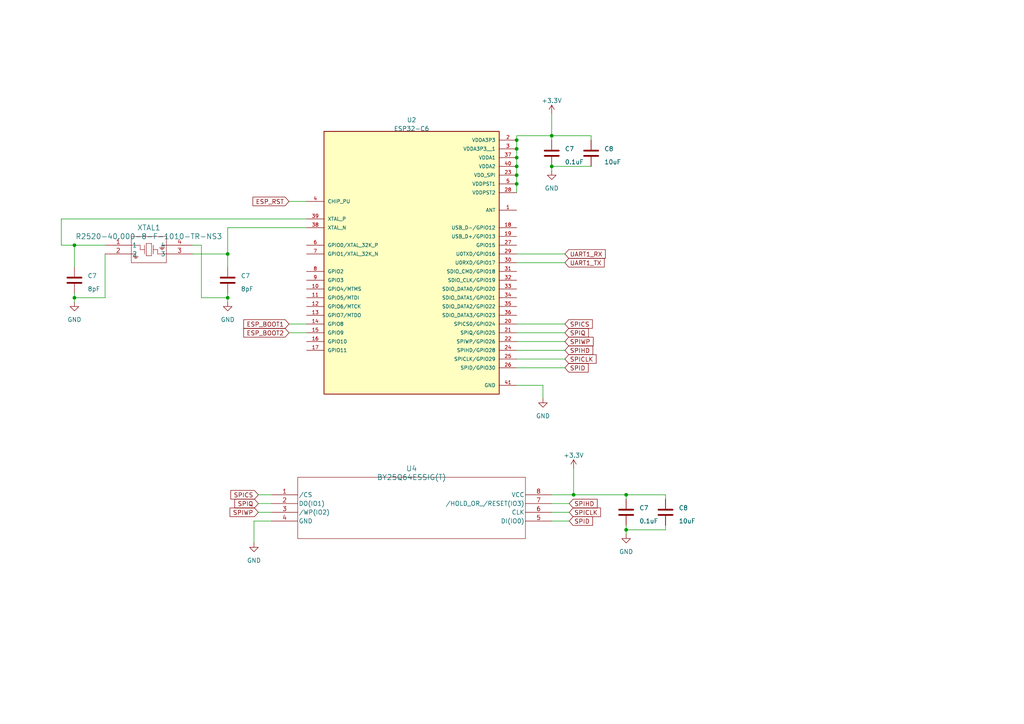
<source format=kicad_sch>
(kicad_sch (version 20230121) (generator eeschema)
  (paper "A4")
  (lib_symbols
    (symbol "Device:C" (pin_numbers hide) (pin_names (offset 0.254))
      (property "Reference" "C" (at 0.635 2.54 0))
      (property "Value" "C" (at 0.635 -2.54 0))
      (symbol "C_0_1"
        (polyline (pts (xy -2.032 -0.762) (xy 2.032 -0.762)) (stroke (width 0.508)))
        (polyline (pts (xy -2.032 0.762) (xy 2.032 0.762)) (stroke (width 0.508)))
      )
      (symbol "C_1_1"
        (pin passive line (at 0 3.81 270) (length 2.794) (name "~") (number "1"))
        (pin passive line (at 0 -3.81 90) (length 2.794) (name "~") (number "2"))
      )
    )
    (symbol "GS_Connector:ESP32-C6" (pin_names (offset 1.016))
      (property "Reference" "U" (at -25.4 36.322 0))
      (property "Value" "ESP32-C6" (at -25.4 -43.18 0))
      (symbol "ESP32-C6_0_0"
        (rectangle (start -25.4 -40.64) (end 25.4 35.56) (stroke (width 0.254)) (fill (type background)))
        (pin bidirectional line (at 30.48 12.7 180) (length 5.08) (name "ANT") (number "1"))
        (pin bidirectional line (at -30.48 -10.16 0) (length 5.08) (name "GPIO4/MTMS") (number "10"))
        (pin bidirectional line (at -30.48 -12.7 0) (length 5.08) (name "GPIO5/MTDI") (number "11"))
        (pin bidirectional line (at -30.48 -15.24 0) (length 5.08) (name "GPIO6/MTCK") (number "12"))
        (pin bidirectional line (at -30.48 -17.78 0) (length 5.08) (name "GPIO7/MTDO") (number "13"))
        (pin bidirectional line (at -30.48 -20.32 0) (length 5.08) (name "GPIO8") (number "14"))
        (pin bidirectional line (at -30.48 -22.86 0) (length 5.08) (name "GPIO9") (number "15"))
        (pin bidirectional line (at -30.48 -25.4 0) (length 5.08) (name "GPIO10") (number "16"))
        (pin bidirectional line (at -30.48 -27.94 0) (length 5.08) (name "GPIO11") (number "17"))
        (pin bidirectional line (at 30.48 7.62 180) (length 5.08) (name "USB_D-/GPIO12") (number "18"))
        (pin bidirectional line (at 30.48 5.08 180) (length 5.08) (name "USB_D+/GPIO13") (number "19"))
        (pin power_in line (at 30.48 33.02 180) (length 5.08) (name "VDDA3P3") (number "2"))
        (pin bidirectional line (at 30.48 -20.32 180) (length 5.08) (name "SPICS0/GPIO24") (number "20"))
        (pin bidirectional line (at 30.48 -22.86 180) (length 5.08) (name "SPIQ/GPIO25") (number "21"))
        (pin bidirectional line (at 30.48 -25.4 180) (length 5.08) (name "SPIWP/GPIO26") (number "22"))
        (pin power_in line (at 30.48 22.86 180) (length 5.08) (name "VDD_SPI") (number "23"))
        (pin bidirectional line (at 30.48 -27.94 180) (length 5.08) (name "SPIHD/GPIO28") (number "24"))
        (pin bidirectional line (at 30.48 -30.48 180) (length 5.08) (name "SPICLK/GPIO29") (number "25"))
        (pin bidirectional line (at 30.48 -33.02 180) (length 5.08) (name "SPID/GPIO30") (number "26"))
        (pin bidirectional line (at 30.48 2.54 180) (length 5.08) (name "GPIO15") (number "27"))
        (pin power_in line (at 30.48 17.78 180) (length 5.08) (name "VDDPST2") (number "28"))
        (pin bidirectional line (at 30.48 0 180) (length 5.08) (name "U0TXD/GPIO16") (number "29"))
        (pin power_in line (at 30.48 30.48 180) (length 5.08) (name "VDDA3P3__1") (number "3"))
        (pin bidirectional line (at 30.48 -2.54 180) (length 5.08) (name "U0RXD/GPIO17") (number "30"))
        (pin bidirectional line (at 30.48 -5.08 180) (length 5.08) (name "SDIO_CMD/GPIO18") (number "31"))
        (pin bidirectional line (at 30.48 -7.62 180) (length 5.08) (name "SDIO_CLK/GPIO19") (number "32"))
        (pin bidirectional line (at 30.48 -10.16 180) (length 5.08) (name "SDIO_DATA0/GPIO20") (number "33"))
        (pin bidirectional line (at 30.48 -12.7 180) (length 5.08) (name "SDIO_DATA1/GPIO21") (number "34"))
        (pin bidirectional line (at 30.48 -15.24 180) (length 5.08) (name "SDIO_DATA2/GPIO22") (number "35"))
        (pin bidirectional line (at 30.48 -17.78 180) (length 5.08) (name "SDIO_DATA3/GPIO23") (number "36"))
        (pin power_in line (at 30.48 27.94 180) (length 5.08) (name "VDDA1") (number "37"))
        (pin bidirectional line (at -30.48 7.62 0) (length 5.08) (name "XTAL_N") (number "38"))
        (pin bidirectional line (at -30.48 10.16 0) (length 5.08) (name "XTAL_P") (number "39"))
        (pin input line (at -30.48 15.24 0) (length 5.08) (name "CHIP_PU") (number "4"))
        (pin power_in line (at 30.48 25.4 180) (length 5.08) (name "VDDA2") (number "40"))
        (pin power_in line (at 30.48 -38.1 180) (length 5.08) (name "GND") (number "41"))
        (pin power_in line (at 30.48 20.32 180) (length 5.08) (name "VDDPST1") (number "5"))
        (pin bidirectional line (at -30.48 2.54 0) (length 5.08) (name "GPIO0/XTAL_32K_P") (number "6"))
        (pin bidirectional line (at -30.48 0 0) (length 5.08) (name "GPIO1/XTAL_32K_N") (number "7"))
        (pin bidirectional line (at -30.48 -5.08 0) (length 5.08) (name "GPIO2") (number "8"))
        (pin bidirectional line (at -30.48 -7.62 0) (length 5.08) (name "GPIO3") (number "9"))
      )
    )
    (symbol "GS_ICs:W25Q64JVSSIQ" (pin_names (offset 0.254))
      (property "Reference" "U" (at 40.64 10.16 0))
      (property "Value" "W25Q64JVSSIQ" (at 40.64 7.62 0))
      (symbol "W25Q64JVSSIQ_0_1"
        (polyline (pts (xy 7.62 -12.7) (xy 73.66 -12.7)) (stroke (width 0.127)))
        (polyline (pts (xy 7.62 5.08) (xy 7.62 -12.7)) (stroke (width 0.127)))
        (polyline (pts (xy 73.66 -12.7) (xy 73.66 5.08)) (stroke (width 0.127)))
        (polyline (pts (xy 73.66 5.08) (xy 7.62 5.08)) (stroke (width 0.127)))
        (pin unspecified line (at 0 0 0) (length 7.62) (name "/CS") (number "1"))
        (pin unspecified line (at 0 -2.54 0) (length 7.62) (name "DO(IO1)") (number "2"))
        (pin unspecified line (at 0 -5.08 0) (length 7.62) (name "/WP(IO2)") (number "3"))
        (pin power_out line (at 0 -7.62 0) (length 7.62) (name "GND") (number "4"))
        (pin unspecified line (at 81.28 -7.62 180) (length 7.62) (name "DI(IO0)") (number "5"))
        (pin unspecified line (at 81.28 -5.08 180) (length 7.62) (name "CLK") (number "6"))
        (pin unspecified line (at 81.28 -2.54 180) (length 7.62) (name "/HOLD_OR_/RESET(IO3)") (number "7"))
        (pin power_in line (at 81.28 0 180) (length 7.62) (name "VCC") (number "8"))
      )
    )
    (symbol "GS_other:R2520-40.000-10-F-1010-EXT-TR" (pin_names (offset 0.254))
      (property "Reference" "XTAL" (at 12.7 7.62 0))
      (property "Value" "R2520-40.000-10-F-1010-EXT-TR" (at 12.7 5.08 0))
      (symbol "R2520-40.000-10-F-1010-EXT-TR_0_1"
        (polyline (pts (xy 7.62 -5.08) (xy 17.78 -5.08)) (stroke (width 0.127)))
        (polyline (pts (xy 7.62 -2.54) (xy 8.89 -2.54)) (stroke (width 0.127)))
        (polyline (pts (xy 7.62 2.54) (xy 7.62 -5.08)) (stroke (width 0.127)))
        (polyline (pts (xy 8.128 -3.302) (xy 9.652 -3.302)) (stroke (width 0.127)))
        (polyline (pts (xy 8.382 -3.556) (xy 9.398 -3.556)) (stroke (width 0.127)))
        (polyline (pts (xy 8.636 -3.81) (xy 9.144 -3.81)) (stroke (width 0.127)))
        (polyline (pts (xy 8.89 -2.54) (xy 8.89 -3.302)) (stroke (width 0.127)))
        (polyline (pts (xy 10.16 -1.27) (xy 10.16 0)) (stroke (width 0.127)))
        (polyline (pts (xy 10.16 0) (xy 7.62 0)) (stroke (width 0.127)))
        (polyline (pts (xy 11.43 -1.27) (xy 10.16 -1.27)) (stroke (width 0.127)))
        (polyline (pts (xy 11.43 0) (xy 11.43 -2.54)) (stroke (width 0.127)))
        (polyline (pts (xy 11.938 -3.048) (xy 13.462 -3.048)) (stroke (width 0.127)))
        (polyline (pts (xy 11.938 0.508) (xy 11.938 -3.048)) (stroke (width 0.127)))
        (polyline (pts (xy 13.462 -3.048) (xy 13.462 0.508)) (stroke (width 0.127)))
        (polyline (pts (xy 13.462 0.508) (xy 11.938 0.508)) (stroke (width 0.127)))
        (polyline (pts (xy 13.97 -1.27) (xy 15.24 -1.27)) (stroke (width 0.127)))
        (polyline (pts (xy 13.97 0) (xy 13.97 -2.54)) (stroke (width 0.127)))
        (polyline (pts (xy 15.24 -2.54) (xy 17.78 -2.54)) (stroke (width 0.127)))
        (polyline (pts (xy 15.24 -1.27) (xy 15.24 -2.54)) (stroke (width 0.127)))
        (polyline (pts (xy 16.51 0) (xy 16.51 -0.762)) (stroke (width 0.127)))
        (polyline (pts (xy 16.764 -1.27) (xy 16.256 -1.27)) (stroke (width 0.127)))
        (polyline (pts (xy 17.018 -1.016) (xy 16.002 -1.016)) (stroke (width 0.127)))
        (polyline (pts (xy 17.272 -0.762) (xy 15.748 -0.762)) (stroke (width 0.127)))
        (polyline (pts (xy 17.78 -5.08) (xy 17.78 2.54)) (stroke (width 0.127)))
        (polyline (pts (xy 17.78 0) (xy 16.51 0)) (stroke (width 0.127)))
        (polyline (pts (xy 17.78 2.54) (xy 7.62 2.54)) (stroke (width 0.127)))
        (pin unspecified line (at 0 0 0) (length 7.62) (name "1") (number "1"))
        (pin unspecified line (at 0 -2.54 0) (length 7.62) (name "2") (number "2"))
        (pin unspecified line (at 25.4 -2.54 180) (length 7.62) (name "3") (number "3"))
        (pin unspecified line (at 25.4 0 180) (length 7.62) (name "4") (number "4"))
      )
    )
    (symbol "power:+3.3V" (power) (pin_names (offset 0))
      (property "Value" "+3.3V" (at 0 3.556 0))
      (symbol "+3.3V_0_1"
        (polyline (pts (xy -0.762 1.27) (xy 0 2.54)))
        (polyline (pts (xy 0 0) (xy 0 2.54)))
        (polyline (pts (xy 0 2.54) (xy 0.762 1.27)))
      )
      (symbol "+3.3V_1_1"
        (pin power_in line (at 0 0 90) (length 0) hide (name "+3.3V") (number "1"))
      )
    )
    (symbol "power:GND" (power) (pin_names (offset 0))
      (property "Value" "GND" (at 0 -3.81 0))
      (symbol "GND_0_1"
        (polyline (pts (xy 0 0) (xy 0 -1.27) (xy 1.27 -1.27) (xy 0 -2.54) (xy -1.27 -1.27) (xy 0 -1.27)))
      )
      (symbol "GND_1_1"
        (pin power_in line (at 0 0 270) (length 0) hide (name "GND") (number "1"))
      )
    )
  )
  (junction (at 66.04 73.66))
  (junction (at 181.61 153.67))
  (junction (at 149.86 40.64))
  (junction (at 160.02 48.26))
  (junction (at 149.86 48.26))
  (junction (at 149.86 43.18))
  (junction (at 166.37 143.51))
  (junction (at 66.04 86.36))
  (junction (at 149.86 50.8))
  (junction (at 21.59 71.12))
  (junction (at 160.02 39.37))
  (junction (at 149.86 53.34))
  (junction (at 149.86 45.72))
  (junction (at 181.61 143.51))
  (junction (at 21.59 86.36))
  (wire (pts (xy 21.59 71.12) (xy 21.59 77.47)))
  (wire (pts (xy 181.61 153.67) (xy 181.61 154.94)))
  (wire (pts (xy 163.83 73.66) (xy 149.86 73.66)))
  (wire (pts (xy 193.04 143.51) (xy 181.61 143.51)))
  (wire (pts (xy 88.9 63.5) (xy 17.78 63.5)))
  (wire (pts (xy 149.86 48.26) (xy 149.86 45.72)))
  (wire (pts (xy 66.04 73.66) (xy 66.04 66.04)))
  (wire (pts (xy 17.78 71.12) (xy 21.59 71.12)))
  (wire (pts (xy 66.04 86.36) (xy 66.04 85.09)))
  (wire (pts (xy 73.66 157.48) (xy 73.66 151.13)))
  (wire (pts (xy 181.61 143.51) (xy 166.37 143.51)))
  (wire (pts (xy 163.83 99.06) (xy 149.86 99.06)))
  (wire (pts (xy 149.86 50.8) (xy 149.86 48.26)))
  (wire (pts (xy 163.83 101.6) (xy 149.86 101.6)))
  (wire (pts (xy 66.04 87.63) (xy 66.04 86.36)))
  (wire (pts (xy 193.04 153.67) (xy 181.61 153.67)))
  (wire (pts (xy 181.61 152.4) (xy 181.61 153.67)))
  (wire (pts (xy 163.83 106.68) (xy 149.86 106.68)))
  (wire (pts (xy 30.48 86.36) (xy 21.59 86.36)))
  (wire (pts (xy 55.88 71.12) (xy 58.42 71.12)))
  (wire (pts (xy 83.82 93.98) (xy 88.9 93.98)))
  (wire (pts (xy 160.02 48.26) (xy 160.02 49.53)))
  (wire (pts (xy 58.42 71.12) (xy 58.42 86.36)))
  (wire (pts (xy 193.04 152.4) (xy 193.04 153.67)))
  (wire (pts (xy 160.02 39.37) (xy 160.02 33.02)))
  (wire (pts (xy 21.59 87.63) (xy 21.59 86.36)))
  (wire (pts (xy 58.42 86.36) (xy 66.04 86.36)))
  (wire (pts (xy 149.86 39.37) (xy 149.86 40.64)))
  (wire (pts (xy 163.83 96.52) (xy 149.86 96.52)))
  (wire (pts (xy 149.86 43.18) (xy 149.86 40.64)))
  (wire (pts (xy 30.48 73.66) (xy 30.48 86.36)))
  (wire (pts (xy 160.02 48.26) (xy 171.45 48.26)))
  (wire (pts (xy 163.83 104.14) (xy 149.86 104.14)))
  (wire (pts (xy 55.88 73.66) (xy 66.04 73.66)))
  (wire (pts (xy 157.48 111.76) (xy 149.86 111.76)))
  (wire (pts (xy 149.86 55.88) (xy 149.86 53.34)))
  (wire (pts (xy 66.04 66.04) (xy 88.9 66.04)))
  (wire (pts (xy 21.59 71.12) (xy 30.48 71.12)))
  (wire (pts (xy 166.37 135.89) (xy 166.37 143.51)))
  (wire (pts (xy 74.93 148.59) (xy 78.74 148.59)))
  (wire (pts (xy 73.66 151.13) (xy 78.74 151.13)))
  (wire (pts (xy 66.04 73.66) (xy 66.04 77.47)))
  (wire (pts (xy 160.02 146.05) (xy 165.1 146.05)))
  (wire (pts (xy 163.83 76.2) (xy 149.86 76.2)))
  (wire (pts (xy 165.1 148.59) (xy 160.02 148.59)))
  (wire (pts (xy 193.04 144.78) (xy 193.04 143.51)))
  (wire (pts (xy 166.37 143.51) (xy 160.02 143.51)))
  (wire (pts (xy 83.82 96.52) (xy 88.9 96.52)))
  (wire (pts (xy 149.86 53.34) (xy 149.86 50.8)))
  (wire (pts (xy 149.86 45.72) (xy 149.86 43.18)))
  (wire (pts (xy 163.83 93.98) (xy 149.86 93.98)))
  (wire (pts (xy 21.59 86.36) (xy 21.59 85.09)))
  (wire (pts (xy 17.78 63.5) (xy 17.78 71.12)))
  (wire (pts (xy 149.86 39.37) (xy 160.02 39.37)))
  (wire (pts (xy 171.45 40.64) (xy 171.45 39.37)))
  (wire (pts (xy 157.48 115.57) (xy 157.48 111.76)))
  (wire (pts (xy 74.93 143.51) (xy 78.74 143.51)))
  (wire (pts (xy 74.93 146.05) (xy 78.74 146.05)))
  (wire (pts (xy 165.1 151.13) (xy 160.02 151.13)))
  (wire (pts (xy 181.61 143.51) (xy 181.61 144.78)))
  (wire (pts (xy 160.02 40.64) (xy 160.02 39.37)))
  (wire (pts (xy 83.82 58.42) (xy 88.9 58.42)))
  (wire (pts (xy 171.45 39.37) (xy 160.02 39.37)))
  (global_label "SPID" (shape input) (at 165.1 151.13 0) (property "Intersheetrefs" "${INTERSHEET_REFS}" (effects hide)))
  (global_label "ESP_RST" (shape input) (at 83.82 58.42 180) (property "Intersheetrefs" "${INTERSHEET_REFS}" (effects hide)))
  (global_label "SPIWP" (shape input) (at 74.93 148.59 180) (property "Intersheetrefs" "${INTERSHEET_REFS}" (effects hide)))
  (global_label "UART1_RX" (shape input) (at 163.83 73.66 0) (property "Intersheetrefs" "${INTERSHEET_REFS}" (effects hide)))
  (global_label "SPID" (shape input) (at 163.83 106.68 0) (property "Intersheetrefs" "${INTERSHEET_REFS}" (effects hide)))
  (global_label "ESP_BOOT2" (shape input) (at 83.82 96.52 180) (property "Intersheetrefs" "${INTERSHEET_REFS}" (effects hide)))
  (global_label "SPICLK" (shape input) (at 165.1 148.59 0) (property "Intersheetrefs" "${INTERSHEET_REFS}" (effects hide)))
  (global_label "SPICLK" (shape input) (at 163.83 104.14 0) (property "Intersheetrefs" "${INTERSHEET_REFS}" (effects hide)))
  (global_label "SPICS" (shape input) (at 163.83 93.98 0) (property "Intersheetrefs" "${INTERSHEET_REFS}" (effects hide)))
  (global_label "SPIQ" (shape input) (at 74.93 146.05 180) (property "Intersheetrefs" "${INTERSHEET_REFS}" (effects hide)))
  (global_label "SPIHD" (shape input) (at 165.1 146.05 0) (property "Intersheetrefs" "${INTERSHEET_REFS}" (effects hide)))
  (global_label "SPIHD" (shape input) (at 163.83 101.6 0) (property "Intersheetrefs" "${INTERSHEET_REFS}" (effects hide)))
  (global_label "SPIQ" (shape input) (at 163.83 96.52 0) (property "Intersheetrefs" "${INTERSHEET_REFS}" (effects hide)))
  (global_label "ESP_BOOT1" (shape input) (at 83.82 93.98 180) (property "Intersheetrefs" "${INTERSHEET_REFS}" (effects hide)))
  (global_label "SPICS" (shape input) (at 74.93 143.51 180) (property "Intersheetrefs" "${INTERSHEET_REFS}" (effects hide)))
  (global_label "UART1_TX" (shape input) (at 163.83 76.2 0) (property "Intersheetrefs" "${INTERSHEET_REFS}" (effects hide)))
  (global_label "SPIWP" (shape input) (at 163.83 99.06 0) (property "Intersheetrefs" "${INTERSHEET_REFS}" (effects hide)))
  (symbol (lib_id "power:GND") (at 181.61 154.94 0) (unit 1)
    (property "Reference" "#PWR022" (effects hide))
    (property "Value" "GND" (at 181.61 160.02 0))
    (instances (project "SHM_V1.0" (path "" (reference "#PWR022") (unit 1)) (path "" (reference "#PWR026") (unit 1))))
  )
  (symbol (lib_id "power:GND") (at 66.04 87.63 0) (unit 1)
    (property "Reference" "#PWR022" (effects hide))
    (property "Value" "GND" (at 66.04 92.71 0))
    (instances (project "SHM_V1.0" (path "" (reference "#PWR022") (unit 1)) (path "" (reference "#PWR028") (unit 1))))
  )
  (symbol (lib_id "GS_other:R2520-40.000-10-F-1010-EXT-TR") (at 30.48 71.12 0) (unit 1)
    (property "Reference" "XTAL1" (at 43.18 66.04 0) (effects (font (size 1.524 1.524))))
    (property "Value" "R2520-40.000-8-F-1010-TR-NS3" (at 43.18 68.58 0) (effects (font (size 1.524 1.524))))
    (property "Footprint" "R2520-40.000-10-F-1010-EXT-TR_RAL" (effects hide))
    (property "Datasheet" "https://www.digikey.ca/en/products/detail/raltron-electronics/R2520-40-000-8-F-1010-TR-NS3/22531210" (effects hide))
  )
  (symbol (lib_id "GS_Connector:ESP32-C6") (at 119.38 73.66 0) (unit 1)
    (property "Reference" "U2" (at 119.38 34.798 0))
    (property "Value" "ESP32-C6" (at 119.38 37.338 0))
    (property "Footprint" "ESP32-C6:QFN40P500X500X90-41N" (effects hide))
    (property "PARTREV" "v0.5" (effects hide))
    (property "STANDARD" "IPC-7351B" (effects hide))
    (property "SNAPEDA_PN" "ESP32-C6" (effects hide))
    (property "MAXIMUM_PACKAGE_HEIGHT" "0.9mm" (effects hide))
    (property "MANUFACTURER" "Espressif Systems" (effects hide))
    (instances (project "SHM_V1.0" (path "" (reference "U2") (unit 1)) (path "" (reference "U4") (unit 1))))
  )
  (symbol (lib_id "Device:C") (at 171.45 44.45 0) (unit 1)
    (property "Reference" "C8" (at 175.26 43.18 0) (effects (justify left)))
    (property "Value" "10uF" (at 175.26 46.99 0) (effects (justify left)))
  )
  (symbol (lib_id "power:GND") (at 157.48 115.57 0) (unit 1)
    (property "Reference" "#PWR022" (effects hide))
    (property "Value" "GND" (at 157.48 120.65 0))
    (instances (project "SHM_V1.0" (path "" (reference "#PWR022") (unit 1)) (path "" (reference "#PWR024") (unit 1))))
  )
  (symbol (lib_id "Device:C") (at 21.59 81.28 0) (unit 1)
    (property "Reference" "C7" (at 25.4 80.01 0) (effects (justify left)))
    (property "Value" "8pF" (at 25.4 83.82 0) (effects (justify left)))
    (instances (project "SHM_V1.0" (path "" (reference "C7") (unit 1)) (path "" (reference "C11") (unit 1))))
  )
  (symbol (lib_id "power:GND") (at 21.59 87.63 0) (unit 1)
    (property "Reference" "#PWR022" (effects hide))
    (property "Value" "GND" (at 21.59 92.71 0))
    (instances (project "SHM_V1.0" (path "" (reference "#PWR022") (unit 1)) (path "" (reference "#PWR027") (unit 1))))
  )
  (symbol (lib_id "Device:C") (at 193.04 148.59 0) (unit 1)
    (property "Reference" "C8" (at 196.85 147.32 0) (effects (justify left)))
    (property "Value" "10uF" (at 196.85 151.13 0) (effects (justify left)))
    (instances (project "SHM_V1.0" (path "" (reference "C8") (unit 1)) (path "" (reference "C10") (unit 1))))
  )
  (symbol (lib_id "power:+3.3V") (at 160.02 33.02 0) (unit 1)
    (property "Reference" "#PWR021" (effects hide))
    (property "Value" "+3.3V" (at 160.02 29.21 0))
  )
  (symbol (lib_id "GS_ICs:W25Q64JVSSIQ") (at 78.74 143.51 0) (unit 1)
    (property "Reference" "U4" (at 119.38 135.89 0) (effects (font (size 1.524 1.524))))
    (property "Value" "BY25Q64ESSIG(T)" (at 119.38 138.43 0) (effects (font (size 1.524 1.524))))
    (property "Footprint" "SOIC-8_5P28X5P28_WIN" (effects hide))
    (property "Datasheet" "https://www.digikey.ca/en/products/detail/byte-semiconductor/BY25Q64ESSIG-T/22155712" (effects hide))
    (instances (project "SHM_V1.0" (path "" (reference "U4") (unit 1)) (path "" (reference "U2") (unit 1))))
  )
  (symbol (lib_id "Device:C") (at 66.04 81.28 0) (unit 1)
    (property "Reference" "C7" (at 69.85 80.01 0) (effects (justify left)))
    (property "Value" "8pF" (at 69.85 83.82 0) (effects (justify left)))
    (instances (project "SHM_V1.0" (path "" (reference "C7") (unit 1)) (path "" (reference "C12") (unit 1))))
  )
  (symbol (lib_id "Device:C") (at 160.02 44.45 0) (unit 1)
    (property "Reference" "C7" (at 163.83 43.18 0) (effects (justify left)))
    (property "Value" "0.1uF" (at 163.83 46.99 0) (effects (justify left)))
  )
  (symbol (lib_id "Device:C") (at 181.61 148.59 0) (unit 1)
    (property "Reference" "C7" (at 185.42 147.32 0) (effects (justify left)))
    (property "Value" "0.1uF" (at 185.42 151.13 0) (effects (justify left)))
    (instances (project "SHM_V1.0" (path "" (reference "C7") (unit 1)) (path "" (reference "C9") (unit 1))))
  )
  (symbol (lib_id "power:GND") (at 160.02 49.53 0) (unit 1)
    (property "Reference" "#PWR022" (effects hide))
    (property "Value" "GND" (at 160.02 54.61 0))
  )
  (symbol (lib_id "power:+3.3V") (at 166.37 135.89 0) (unit 1)
    (property "Reference" "#PWR021" (effects hide))
    (property "Value" "+3.3V" (at 166.37 132.08 0))
    (instances (project "SHM_V1.0" (path "" (reference "#PWR021") (unit 1)) (path "" (reference "#PWR023") (unit 1))))
  )
  (symbol (lib_id "power:GND") (at 73.66 157.48 0) (unit 1)
    (property "Reference" "#PWR022" (effects hide))
    (property "Value" "GND" (at 73.66 162.56 0))
    (instances (project "SHM_V1.0" (path "" (reference "#PWR022") (unit 1)) (path "" (reference "#PWR025") (unit 1))))
  )
)
</source>
